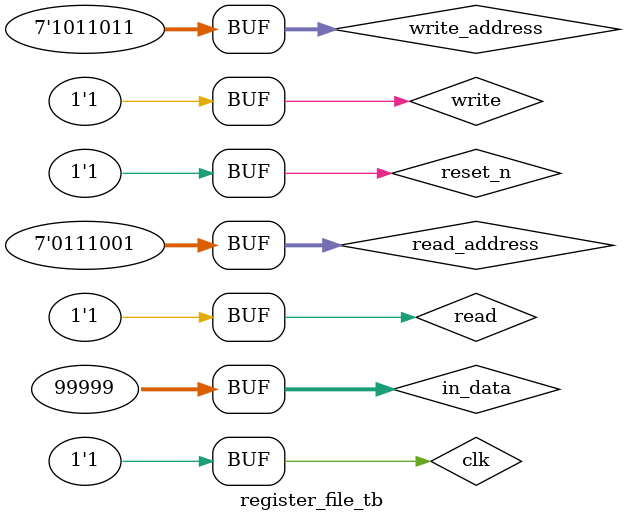
<source format=v>
module register_file_tb #(parameter word_width = 32 , length = 128)  ();   ///   vsim -debugDB register_file_tb
reg clk ;
reg reset_n ;
reg [$clog2(length)-1 : 0]write_address ;
reg [$clog2(length)-1 : 0]read_address ;
reg write ;
reg read ;
reg [word_width-1 : 0]in_data ;
wire [word_width-1 : 0]out_data ;

register_file #(.word_width(word_width),.length(length)) UUT (
  .clk(clk),
  .reset_n(reset_n),
  .write_address(write_address),
  .read_address(read_address),
  .write(write),
  .read(read),
  .in_data(in_data),
  .out_data(out_data)
);

always
begin
clk = 1'b0 ; # 10
clk = 1'b1 ; # 10 ;
end

initial
begin
reset_n = 1'b0 ;                                               #2 ;
reset_n = 1'b1 ;
write = 1'b1 ; read = 1'b1 ;
read_address = 4 ; write_address = 0 ; in_data = 99999 ;       #100 ;
read_address = 57 ; write_address = 8 ; in_data = 888888888 ;  #100 ;
read_address = 8 ; write_address = 19 ; in_data = 654321 ;     #100 ;
read_address = 0 ; write_address = 30 ; in_data = 777 ;        #100 ;
write = 1'b0 ;
read_address = 100 ; write_address = 43 ; in_data = 66666 ;    #100 ;
write = 1'b1 ; read = 1'b0 ;
read_address = 30 ; write_address = 57 ; in_data = 575757 ;    #100 ;
read = 1'b1 ;
read_address = 57 ; write_address = 75 ; in_data = 444333 ;    #100 ;
read_address = 91 ; write_address = 91 ; in_data = 99999 ;     #100 ;
read_address = 120 ; write_address = 111 ; in_data = 22 ;      #100 ;
read_address = 111 ; write_address = 127 ; in_data = 0000000 ; #100 ;
reset_n = 1'b0 ;                                               #200 ;
reset_n =1'b1 ;
read_address = 8 ; write_address = 19 ; in_data = 654321 ;     #100 ;
read_address = 30 ; write_address = 57 ; in_data = 575757 ;    #100 ;
read_address = 57 ; write_address = 91 ; in_data = 99999 ;     #100 ;
end

endmodule

</source>
